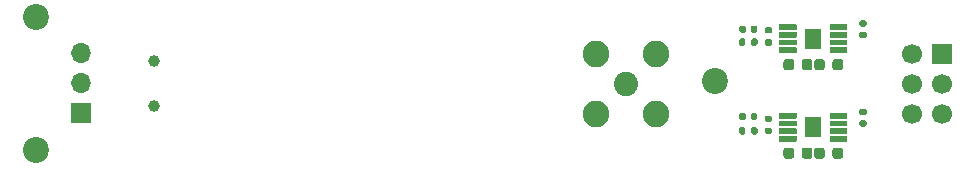
<source format=gbr>
%TF.GenerationSoftware,KiCad,Pcbnew,(5.1.8)-1*%
%TF.CreationDate,2021-10-07T20:49:06+08:00*%
%TF.ProjectId,Amplifier,416d706c-6966-4696-9572-2e6b69636164,rev?*%
%TF.SameCoordinates,Original*%
%TF.FileFunction,Soldermask,Bot*%
%TF.FilePolarity,Negative*%
%FSLAX46Y46*%
G04 Gerber Fmt 4.6, Leading zero omitted, Abs format (unit mm)*
G04 Created by KiCad (PCBNEW (5.1.8)-1) date 2021-10-07 20:49:06*
%MOMM*%
%LPD*%
G01*
G04 APERTURE LIST*
%ADD10C,1.000000*%
%ADD11C,1.700000*%
%ADD12R,1.700000X1.700000*%
%ADD13C,2.200000*%
%ADD14C,2.250000*%
%ADD15C,2.050000*%
%ADD16O,1.700000X1.700000*%
%ADD17R,1.425000X1.760000*%
G04 APERTURE END LIST*
D10*
%TO.C,J5*%
X80100000Y-101400000D03*
%TD*%
%TO.C,J2*%
X80100000Y-97600000D03*
%TD*%
D11*
%TO.C,J1*%
X144290000Y-99520000D03*
X146830000Y-102060000D03*
D12*
X146830000Y-96980000D03*
D11*
X144290000Y-102060000D03*
X146830000Y-99520000D03*
X144290000Y-96980000D03*
%TD*%
D13*
%TO.C,H3*%
X127600000Y-99300000D03*
%TD*%
%TO.C,H2*%
X70100000Y-105100000D03*
%TD*%
%TO.C,H1*%
X70100000Y-93900000D03*
%TD*%
%TO.C,C6*%
G36*
G01*
X130590000Y-102470000D02*
X130590000Y-102130000D01*
G75*
G02*
X130730000Y-101990000I140000J0D01*
G01*
X131010000Y-101990000D01*
G75*
G02*
X131150000Y-102130000I0J-140000D01*
G01*
X131150000Y-102470000D01*
G75*
G02*
X131010000Y-102610000I-140000J0D01*
G01*
X130730000Y-102610000D01*
G75*
G02*
X130590000Y-102470000I0J140000D01*
G01*
G37*
G36*
G01*
X129630000Y-102470000D02*
X129630000Y-102130000D01*
G75*
G02*
X129770000Y-101990000I140000J0D01*
G01*
X130050000Y-101990000D01*
G75*
G02*
X130190000Y-102130000I0J-140000D01*
G01*
X130190000Y-102470000D01*
G75*
G02*
X130050000Y-102610000I-140000J0D01*
G01*
X129770000Y-102610000D01*
G75*
G02*
X129630000Y-102470000I0J140000D01*
G01*
G37*
%TD*%
%TO.C,C5*%
G36*
G01*
X130590000Y-95069999D02*
X130590000Y-94729999D01*
G75*
G02*
X130730000Y-94589999I140000J0D01*
G01*
X131010000Y-94589999D01*
G75*
G02*
X131150000Y-94729999I0J-140000D01*
G01*
X131150000Y-95069999D01*
G75*
G02*
X131010000Y-95209999I-140000J0D01*
G01*
X130730000Y-95209999D01*
G75*
G02*
X130590000Y-95069999I0J140000D01*
G01*
G37*
G36*
G01*
X129630000Y-95069999D02*
X129630000Y-94729999D01*
G75*
G02*
X129770000Y-94589999I140000J0D01*
G01*
X130050000Y-94589999D01*
G75*
G02*
X130190000Y-94729999I0J-140000D01*
G01*
X130190000Y-95069999D01*
G75*
G02*
X130050000Y-95209999I-140000J0D01*
G01*
X129770000Y-95209999D01*
G75*
G02*
X129630000Y-95069999I0J140000D01*
G01*
G37*
%TD*%
%TO.C,C4*%
G36*
G01*
X140260000Y-102200000D02*
X139920000Y-102200000D01*
G75*
G02*
X139780000Y-102060000I0J140000D01*
G01*
X139780000Y-101780000D01*
G75*
G02*
X139920000Y-101640000I140000J0D01*
G01*
X140260000Y-101640000D01*
G75*
G02*
X140400000Y-101780000I0J-140000D01*
G01*
X140400000Y-102060000D01*
G75*
G02*
X140260000Y-102200000I-140000J0D01*
G01*
G37*
G36*
G01*
X140260000Y-103160000D02*
X139920000Y-103160000D01*
G75*
G02*
X139780000Y-103020000I0J140000D01*
G01*
X139780000Y-102740000D01*
G75*
G02*
X139920000Y-102600000I140000J0D01*
G01*
X140260000Y-102600000D01*
G75*
G02*
X140400000Y-102740000I0J-140000D01*
G01*
X140400000Y-103020000D01*
G75*
G02*
X140260000Y-103160000I-140000J0D01*
G01*
G37*
%TD*%
%TO.C,C3*%
G36*
G01*
X140260000Y-94700000D02*
X139920000Y-94700000D01*
G75*
G02*
X139780000Y-94560000I0J140000D01*
G01*
X139780000Y-94280000D01*
G75*
G02*
X139920000Y-94140000I140000J0D01*
G01*
X140260000Y-94140000D01*
G75*
G02*
X140400000Y-94280000I0J-140000D01*
G01*
X140400000Y-94560000D01*
G75*
G02*
X140260000Y-94700000I-140000J0D01*
G01*
G37*
G36*
G01*
X140260000Y-95660000D02*
X139920000Y-95660000D01*
G75*
G02*
X139780000Y-95520000I0J140000D01*
G01*
X139780000Y-95240000D01*
G75*
G02*
X139920000Y-95100000I140000J0D01*
G01*
X140260000Y-95100000D01*
G75*
G02*
X140400000Y-95240000I0J-140000D01*
G01*
X140400000Y-95520000D01*
G75*
G02*
X140260000Y-95660000I-140000J0D01*
G01*
G37*
%TD*%
%TO.C,R4*%
G36*
G01*
X132275001Y-102760000D02*
X131905001Y-102760000D01*
G75*
G02*
X131770001Y-102625000I0J135000D01*
G01*
X131770001Y-102355000D01*
G75*
G02*
X131905001Y-102220000I135000J0D01*
G01*
X132275001Y-102220000D01*
G75*
G02*
X132410001Y-102355000I0J-135000D01*
G01*
X132410001Y-102625000D01*
G75*
G02*
X132275001Y-102760000I-135000J0D01*
G01*
G37*
G36*
G01*
X132275001Y-103780000D02*
X131905001Y-103780000D01*
G75*
G02*
X131770001Y-103645000I0J135000D01*
G01*
X131770001Y-103375000D01*
G75*
G02*
X131905001Y-103240000I135000J0D01*
G01*
X132275001Y-103240000D01*
G75*
G02*
X132410001Y-103375000I0J-135000D01*
G01*
X132410001Y-103645000D01*
G75*
G02*
X132275001Y-103780000I-135000J0D01*
G01*
G37*
%TD*%
%TO.C,R3*%
G36*
G01*
X130630000Y-103684999D02*
X130630000Y-103314999D01*
G75*
G02*
X130765000Y-103179999I135000J0D01*
G01*
X131035000Y-103179999D01*
G75*
G02*
X131170000Y-103314999I0J-135000D01*
G01*
X131170000Y-103684999D01*
G75*
G02*
X131035000Y-103819999I-135000J0D01*
G01*
X130765000Y-103819999D01*
G75*
G02*
X130630000Y-103684999I0J135000D01*
G01*
G37*
G36*
G01*
X129610000Y-103684999D02*
X129610000Y-103314999D01*
G75*
G02*
X129745000Y-103179999I135000J0D01*
G01*
X130015000Y-103179999D01*
G75*
G02*
X130150000Y-103314999I0J-135000D01*
G01*
X130150000Y-103684999D01*
G75*
G02*
X130015000Y-103819999I-135000J0D01*
G01*
X129745000Y-103819999D01*
G75*
G02*
X129610000Y-103684999I0J135000D01*
G01*
G37*
%TD*%
%TO.C,R2*%
G36*
G01*
X132275000Y-95260001D02*
X131905000Y-95260001D01*
G75*
G02*
X131770000Y-95125001I0J135000D01*
G01*
X131770000Y-94855001D01*
G75*
G02*
X131905000Y-94720001I135000J0D01*
G01*
X132275000Y-94720001D01*
G75*
G02*
X132410000Y-94855001I0J-135000D01*
G01*
X132410000Y-95125001D01*
G75*
G02*
X132275000Y-95260001I-135000J0D01*
G01*
G37*
G36*
G01*
X132275000Y-96280001D02*
X131905000Y-96280001D01*
G75*
G02*
X131770000Y-96145001I0J135000D01*
G01*
X131770000Y-95875001D01*
G75*
G02*
X131905000Y-95740001I135000J0D01*
G01*
X132275000Y-95740001D01*
G75*
G02*
X132410000Y-95875001I0J-135000D01*
G01*
X132410000Y-96145001D01*
G75*
G02*
X132275000Y-96280001I-135000J0D01*
G01*
G37*
%TD*%
%TO.C,R1*%
G36*
G01*
X130629999Y-96185000D02*
X130629999Y-95815000D01*
G75*
G02*
X130764999Y-95680000I135000J0D01*
G01*
X131034999Y-95680000D01*
G75*
G02*
X131169999Y-95815000I0J-135000D01*
G01*
X131169999Y-96185000D01*
G75*
G02*
X131034999Y-96320000I-135000J0D01*
G01*
X130764999Y-96320000D01*
G75*
G02*
X130629999Y-96185000I0J135000D01*
G01*
G37*
G36*
G01*
X129609999Y-96185000D02*
X129609999Y-95815000D01*
G75*
G02*
X129744999Y-95680000I135000J0D01*
G01*
X130014999Y-95680000D01*
G75*
G02*
X130149999Y-95815000I0J-135000D01*
G01*
X130149999Y-96185000D01*
G75*
G02*
X130014999Y-96320000I-135000J0D01*
G01*
X129744999Y-96320000D01*
G75*
G02*
X129609999Y-96185000I0J135000D01*
G01*
G37*
%TD*%
D14*
%TO.C,J4*%
X117460000Y-102040000D03*
X117460000Y-96960000D03*
X122540000Y-96960000D03*
X122540000Y-102040000D03*
D15*
X120000000Y-99500000D03*
%TD*%
D16*
%TO.C,J3*%
X73900000Y-96945000D03*
X73900000Y-99485000D03*
D12*
X73900000Y-102025000D03*
%TD*%
%TO.C,C8*%
G36*
G01*
X134914999Y-105649999D02*
X134914999Y-105149999D01*
G75*
G02*
X135139999Y-104924999I225000J0D01*
G01*
X135589999Y-104924999D01*
G75*
G02*
X135814999Y-105149999I0J-225000D01*
G01*
X135814999Y-105649999D01*
G75*
G02*
X135589999Y-105874999I-225000J0D01*
G01*
X135139999Y-105874999D01*
G75*
G02*
X134914999Y-105649999I0J225000D01*
G01*
G37*
G36*
G01*
X133364999Y-105649999D02*
X133364999Y-105149999D01*
G75*
G02*
X133589999Y-104924999I225000J0D01*
G01*
X134039999Y-104924999D01*
G75*
G02*
X134264999Y-105149999I0J-225000D01*
G01*
X134264999Y-105649999D01*
G75*
G02*
X134039999Y-105874999I-225000J0D01*
G01*
X133589999Y-105874999D01*
G75*
G02*
X133364999Y-105649999I0J225000D01*
G01*
G37*
%TD*%
%TO.C,C7*%
G36*
G01*
X134915000Y-98150000D02*
X134915000Y-97650000D01*
G75*
G02*
X135140000Y-97425000I225000J0D01*
G01*
X135590000Y-97425000D01*
G75*
G02*
X135815000Y-97650000I0J-225000D01*
G01*
X135815000Y-98150000D01*
G75*
G02*
X135590000Y-98375000I-225000J0D01*
G01*
X135140000Y-98375000D01*
G75*
G02*
X134915000Y-98150000I0J225000D01*
G01*
G37*
G36*
G01*
X133365000Y-98150000D02*
X133365000Y-97650000D01*
G75*
G02*
X133590000Y-97425000I225000J0D01*
G01*
X134040000Y-97425000D01*
G75*
G02*
X134265000Y-97650000I0J-225000D01*
G01*
X134265000Y-98150000D01*
G75*
G02*
X134040000Y-98375000I-225000J0D01*
G01*
X133590000Y-98375000D01*
G75*
G02*
X133365000Y-98150000I0J225000D01*
G01*
G37*
%TD*%
%TO.C,C2*%
G36*
G01*
X136865000Y-105150000D02*
X136865000Y-105650000D01*
G75*
G02*
X136640000Y-105875000I-225000J0D01*
G01*
X136190000Y-105875000D01*
G75*
G02*
X135965000Y-105650000I0J225000D01*
G01*
X135965000Y-105150000D01*
G75*
G02*
X136190000Y-104925000I225000J0D01*
G01*
X136640000Y-104925000D01*
G75*
G02*
X136865000Y-105150000I0J-225000D01*
G01*
G37*
G36*
G01*
X138415000Y-105150000D02*
X138415000Y-105650000D01*
G75*
G02*
X138190000Y-105875000I-225000J0D01*
G01*
X137740000Y-105875000D01*
G75*
G02*
X137515000Y-105650000I0J225000D01*
G01*
X137515000Y-105150000D01*
G75*
G02*
X137740000Y-104925000I225000J0D01*
G01*
X138190000Y-104925000D01*
G75*
G02*
X138415000Y-105150000I0J-225000D01*
G01*
G37*
%TD*%
%TO.C,C1*%
G36*
G01*
X136865000Y-97650000D02*
X136865000Y-98150000D01*
G75*
G02*
X136640000Y-98375000I-225000J0D01*
G01*
X136190000Y-98375000D01*
G75*
G02*
X135965000Y-98150000I0J225000D01*
G01*
X135965000Y-97650000D01*
G75*
G02*
X136190000Y-97425000I225000J0D01*
G01*
X136640000Y-97425000D01*
G75*
G02*
X136865000Y-97650000I0J-225000D01*
G01*
G37*
G36*
G01*
X138415000Y-97650000D02*
X138415000Y-98150000D01*
G75*
G02*
X138190000Y-98375000I-225000J0D01*
G01*
X137740000Y-98375000D01*
G75*
G02*
X137515000Y-98150000I0J225000D01*
G01*
X137515000Y-97650000D01*
G75*
G02*
X137740000Y-97425000I225000J0D01*
G01*
X138190000Y-97425000D01*
G75*
G02*
X138415000Y-97650000I0J-225000D01*
G01*
G37*
%TD*%
D17*
%TO.C,U2*%
X135890000Y-103200000D03*
G36*
G01*
X137305000Y-104386200D02*
X137305000Y-103963800D01*
G75*
G02*
X137333800Y-103935000I28800J0D01*
G01*
X138746200Y-103935000D01*
G75*
G02*
X138775000Y-103963800I0J-28800D01*
G01*
X138775000Y-104386200D01*
G75*
G02*
X138746200Y-104415000I-28800J0D01*
G01*
X137333800Y-104415000D01*
G75*
G02*
X137305000Y-104386200I0J28800D01*
G01*
G37*
G36*
G01*
X137305000Y-103736200D02*
X137305000Y-103313800D01*
G75*
G02*
X137333800Y-103285000I28800J0D01*
G01*
X138746200Y-103285000D01*
G75*
G02*
X138775000Y-103313800I0J-28800D01*
G01*
X138775000Y-103736200D01*
G75*
G02*
X138746200Y-103765000I-28800J0D01*
G01*
X137333800Y-103765000D01*
G75*
G02*
X137305000Y-103736200I0J28800D01*
G01*
G37*
G36*
G01*
X137305000Y-103086200D02*
X137305000Y-102663800D01*
G75*
G02*
X137333800Y-102635000I28800J0D01*
G01*
X138746200Y-102635000D01*
G75*
G02*
X138775000Y-102663800I0J-28800D01*
G01*
X138775000Y-103086200D01*
G75*
G02*
X138746200Y-103115000I-28800J0D01*
G01*
X137333800Y-103115000D01*
G75*
G02*
X137305000Y-103086200I0J28800D01*
G01*
G37*
G36*
G01*
X137305000Y-102436200D02*
X137305000Y-102013800D01*
G75*
G02*
X137333800Y-101985000I28800J0D01*
G01*
X138746200Y-101985000D01*
G75*
G02*
X138775000Y-102013800I0J-28800D01*
G01*
X138775000Y-102436200D01*
G75*
G02*
X138746200Y-102465000I-28800J0D01*
G01*
X137333800Y-102465000D01*
G75*
G02*
X137305000Y-102436200I0J28800D01*
G01*
G37*
G36*
G01*
X133005000Y-102436200D02*
X133005000Y-102013800D01*
G75*
G02*
X133033800Y-101985000I28800J0D01*
G01*
X134446200Y-101985000D01*
G75*
G02*
X134475000Y-102013800I0J-28800D01*
G01*
X134475000Y-102436200D01*
G75*
G02*
X134446200Y-102465000I-28800J0D01*
G01*
X133033800Y-102465000D01*
G75*
G02*
X133005000Y-102436200I0J28800D01*
G01*
G37*
G36*
G01*
X133005000Y-103086200D02*
X133005000Y-102663800D01*
G75*
G02*
X133033800Y-102635000I28800J0D01*
G01*
X134446200Y-102635000D01*
G75*
G02*
X134475000Y-102663800I0J-28800D01*
G01*
X134475000Y-103086200D01*
G75*
G02*
X134446200Y-103115000I-28800J0D01*
G01*
X133033800Y-103115000D01*
G75*
G02*
X133005000Y-103086200I0J28800D01*
G01*
G37*
G36*
G01*
X133005000Y-103736200D02*
X133005000Y-103313800D01*
G75*
G02*
X133033800Y-103285000I28800J0D01*
G01*
X134446200Y-103285000D01*
G75*
G02*
X134475000Y-103313800I0J-28800D01*
G01*
X134475000Y-103736200D01*
G75*
G02*
X134446200Y-103765000I-28800J0D01*
G01*
X133033800Y-103765000D01*
G75*
G02*
X133005000Y-103736200I0J28800D01*
G01*
G37*
G36*
G01*
X133005000Y-104386200D02*
X133005000Y-103963800D01*
G75*
G02*
X133033800Y-103935000I28800J0D01*
G01*
X134446200Y-103935000D01*
G75*
G02*
X134475000Y-103963800I0J-28800D01*
G01*
X134475000Y-104386200D01*
G75*
G02*
X134446200Y-104415000I-28800J0D01*
G01*
X133033800Y-104415000D01*
G75*
G02*
X133005000Y-104386200I0J28800D01*
G01*
G37*
%TD*%
%TO.C,U1*%
X135890000Y-95700000D03*
G36*
G01*
X137305000Y-96886200D02*
X137305000Y-96463800D01*
G75*
G02*
X137333800Y-96435000I28800J0D01*
G01*
X138746200Y-96435000D01*
G75*
G02*
X138775000Y-96463800I0J-28800D01*
G01*
X138775000Y-96886200D01*
G75*
G02*
X138746200Y-96915000I-28800J0D01*
G01*
X137333800Y-96915000D01*
G75*
G02*
X137305000Y-96886200I0J28800D01*
G01*
G37*
G36*
G01*
X137305000Y-96236200D02*
X137305000Y-95813800D01*
G75*
G02*
X137333800Y-95785000I28800J0D01*
G01*
X138746200Y-95785000D01*
G75*
G02*
X138775000Y-95813800I0J-28800D01*
G01*
X138775000Y-96236200D01*
G75*
G02*
X138746200Y-96265000I-28800J0D01*
G01*
X137333800Y-96265000D01*
G75*
G02*
X137305000Y-96236200I0J28800D01*
G01*
G37*
G36*
G01*
X137305000Y-95586200D02*
X137305000Y-95163800D01*
G75*
G02*
X137333800Y-95135000I28800J0D01*
G01*
X138746200Y-95135000D01*
G75*
G02*
X138775000Y-95163800I0J-28800D01*
G01*
X138775000Y-95586200D01*
G75*
G02*
X138746200Y-95615000I-28800J0D01*
G01*
X137333800Y-95615000D01*
G75*
G02*
X137305000Y-95586200I0J28800D01*
G01*
G37*
G36*
G01*
X137305000Y-94936200D02*
X137305000Y-94513800D01*
G75*
G02*
X137333800Y-94485000I28800J0D01*
G01*
X138746200Y-94485000D01*
G75*
G02*
X138775000Y-94513800I0J-28800D01*
G01*
X138775000Y-94936200D01*
G75*
G02*
X138746200Y-94965000I-28800J0D01*
G01*
X137333800Y-94965000D01*
G75*
G02*
X137305000Y-94936200I0J28800D01*
G01*
G37*
G36*
G01*
X133005000Y-94936200D02*
X133005000Y-94513800D01*
G75*
G02*
X133033800Y-94485000I28800J0D01*
G01*
X134446200Y-94485000D01*
G75*
G02*
X134475000Y-94513800I0J-28800D01*
G01*
X134475000Y-94936200D01*
G75*
G02*
X134446200Y-94965000I-28800J0D01*
G01*
X133033800Y-94965000D01*
G75*
G02*
X133005000Y-94936200I0J28800D01*
G01*
G37*
G36*
G01*
X133005000Y-95586200D02*
X133005000Y-95163800D01*
G75*
G02*
X133033800Y-95135000I28800J0D01*
G01*
X134446200Y-95135000D01*
G75*
G02*
X134475000Y-95163800I0J-28800D01*
G01*
X134475000Y-95586200D01*
G75*
G02*
X134446200Y-95615000I-28800J0D01*
G01*
X133033800Y-95615000D01*
G75*
G02*
X133005000Y-95586200I0J28800D01*
G01*
G37*
G36*
G01*
X133005000Y-96236200D02*
X133005000Y-95813800D01*
G75*
G02*
X133033800Y-95785000I28800J0D01*
G01*
X134446200Y-95785000D01*
G75*
G02*
X134475000Y-95813800I0J-28800D01*
G01*
X134475000Y-96236200D01*
G75*
G02*
X134446200Y-96265000I-28800J0D01*
G01*
X133033800Y-96265000D01*
G75*
G02*
X133005000Y-96236200I0J28800D01*
G01*
G37*
G36*
G01*
X133005000Y-96886200D02*
X133005000Y-96463800D01*
G75*
G02*
X133033800Y-96435000I28800J0D01*
G01*
X134446200Y-96435000D01*
G75*
G02*
X134475000Y-96463800I0J-28800D01*
G01*
X134475000Y-96886200D01*
G75*
G02*
X134446200Y-96915000I-28800J0D01*
G01*
X133033800Y-96915000D01*
G75*
G02*
X133005000Y-96886200I0J28800D01*
G01*
G37*
%TD*%
M02*

</source>
